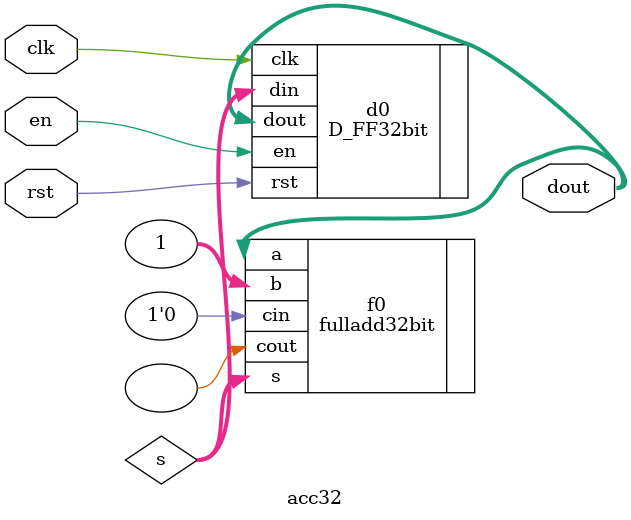
<source format=v>
module acc32(clk, en, rst, dout);

input clk, en, rst;
output [31:0]dout;

wire [31:0]s;

fulladd32bit f0(.cin(1'b0),.a(dout),.b(32'b1),.s(s),.cout());
D_FF32bit d0(.din(s),.rst(rst),.en(en),.clk(clk),.dout(dout));

endmodule

</source>
